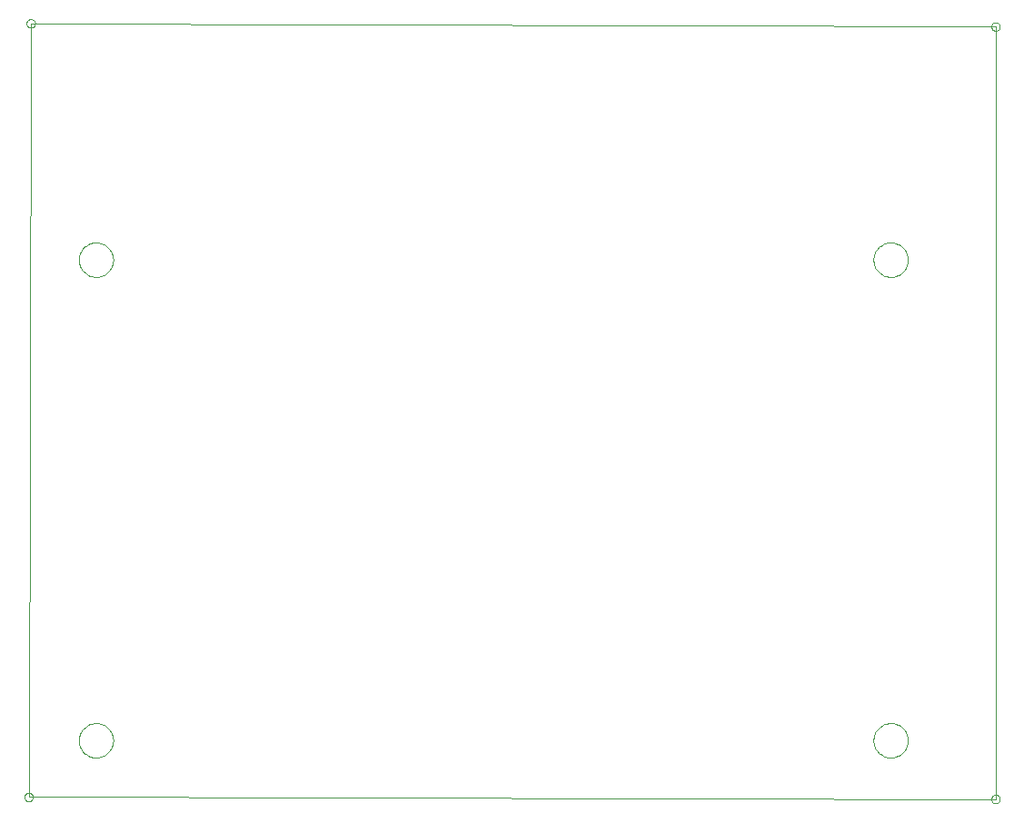
<source format=gm1>
G75*
%MOIN*%
%OFA0B0*%
%FSLAX24Y24*%
%IPPOS*%
%LPD*%
%AMOC8*
5,1,8,0,0,1.08239X$1,22.5*
%
%ADD10C,0.0000*%
D10*
X000348Y001625D02*
X000350Y001650D01*
X000356Y001674D01*
X000365Y001696D01*
X000378Y001717D01*
X000394Y001736D01*
X000413Y001752D01*
X000434Y001765D01*
X000456Y001774D01*
X000480Y001780D01*
X000505Y001782D01*
X000530Y001780D01*
X000554Y001774D01*
X000576Y001765D01*
X000597Y001752D01*
X000616Y001736D01*
X000632Y001717D01*
X000645Y001696D01*
X000654Y001674D01*
X000660Y001650D01*
X000662Y001625D01*
X000660Y001600D01*
X000654Y001576D01*
X000645Y001554D01*
X000632Y001533D01*
X000616Y001514D01*
X000597Y001498D01*
X000576Y001485D01*
X000554Y001476D01*
X000530Y001470D01*
X000505Y001468D01*
X000480Y001470D01*
X000456Y001476D01*
X000434Y001485D01*
X000413Y001498D01*
X000394Y001514D01*
X000378Y001533D01*
X000365Y001554D01*
X000356Y001576D01*
X000350Y001600D01*
X000348Y001625D01*
X000505Y001625D02*
X000584Y030011D01*
X000427Y030011D02*
X000429Y030036D01*
X000435Y030060D01*
X000444Y030082D01*
X000457Y030103D01*
X000473Y030122D01*
X000492Y030138D01*
X000513Y030151D01*
X000535Y030160D01*
X000559Y030166D01*
X000584Y030168D01*
X000609Y030166D01*
X000633Y030160D01*
X000655Y030151D01*
X000676Y030138D01*
X000695Y030122D01*
X000711Y030103D01*
X000724Y030082D01*
X000733Y030060D01*
X000739Y030036D01*
X000741Y030011D01*
X000739Y029986D01*
X000733Y029962D01*
X000724Y029940D01*
X000711Y029919D01*
X000695Y029900D01*
X000676Y029884D01*
X000655Y029871D01*
X000633Y029862D01*
X000609Y029856D01*
X000584Y029854D01*
X000559Y029856D01*
X000535Y029862D01*
X000513Y029871D01*
X000492Y029884D01*
X000473Y029900D01*
X000457Y029919D01*
X000444Y029940D01*
X000435Y029962D01*
X000429Y029986D01*
X000427Y030011D01*
X000584Y030011D02*
X035977Y029893D01*
X035820Y029893D02*
X035822Y029918D01*
X035828Y029942D01*
X035837Y029964D01*
X035850Y029985D01*
X035866Y030004D01*
X035885Y030020D01*
X035906Y030033D01*
X035928Y030042D01*
X035952Y030048D01*
X035977Y030050D01*
X036002Y030048D01*
X036026Y030042D01*
X036048Y030033D01*
X036069Y030020D01*
X036088Y030004D01*
X036104Y029985D01*
X036117Y029964D01*
X036126Y029942D01*
X036132Y029918D01*
X036134Y029893D01*
X036132Y029868D01*
X036126Y029844D01*
X036117Y029822D01*
X036104Y029801D01*
X036088Y029782D01*
X036069Y029766D01*
X036048Y029753D01*
X036026Y029744D01*
X036002Y029738D01*
X035977Y029736D01*
X035952Y029738D01*
X035928Y029744D01*
X035906Y029753D01*
X035885Y029766D01*
X035866Y029782D01*
X035850Y029801D01*
X035837Y029822D01*
X035828Y029844D01*
X035822Y029868D01*
X035820Y029893D01*
X035977Y029893D02*
X035977Y001546D01*
X035820Y001546D02*
X035822Y001571D01*
X035828Y001595D01*
X035837Y001617D01*
X035850Y001638D01*
X035866Y001657D01*
X035885Y001673D01*
X035906Y001686D01*
X035928Y001695D01*
X035952Y001701D01*
X035977Y001703D01*
X036002Y001701D01*
X036026Y001695D01*
X036048Y001686D01*
X036069Y001673D01*
X036088Y001657D01*
X036104Y001638D01*
X036117Y001617D01*
X036126Y001595D01*
X036132Y001571D01*
X036134Y001546D01*
X036132Y001521D01*
X036126Y001497D01*
X036117Y001475D01*
X036104Y001454D01*
X036088Y001435D01*
X036069Y001419D01*
X036048Y001406D01*
X036026Y001397D01*
X036002Y001391D01*
X035977Y001389D01*
X035952Y001391D01*
X035928Y001397D01*
X035906Y001406D01*
X035885Y001419D01*
X035866Y001435D01*
X035850Y001454D01*
X035837Y001475D01*
X035828Y001497D01*
X035822Y001521D01*
X035820Y001546D01*
X035977Y001546D02*
X000505Y001625D01*
X002344Y003700D02*
X002346Y003750D01*
X002352Y003800D01*
X002362Y003849D01*
X002376Y003897D01*
X002393Y003944D01*
X002414Y003989D01*
X002439Y004033D01*
X002467Y004074D01*
X002499Y004113D01*
X002533Y004150D01*
X002570Y004184D01*
X002610Y004214D01*
X002652Y004241D01*
X002696Y004265D01*
X002742Y004286D01*
X002789Y004302D01*
X002837Y004315D01*
X002887Y004324D01*
X002936Y004329D01*
X002987Y004330D01*
X003037Y004327D01*
X003086Y004320D01*
X003135Y004309D01*
X003183Y004294D01*
X003229Y004276D01*
X003274Y004254D01*
X003317Y004228D01*
X003358Y004199D01*
X003397Y004167D01*
X003433Y004132D01*
X003465Y004094D01*
X003495Y004054D01*
X003522Y004011D01*
X003545Y003967D01*
X003564Y003921D01*
X003580Y003873D01*
X003592Y003824D01*
X003600Y003775D01*
X003604Y003725D01*
X003604Y003675D01*
X003600Y003625D01*
X003592Y003576D01*
X003580Y003527D01*
X003564Y003479D01*
X003545Y003433D01*
X003522Y003389D01*
X003495Y003346D01*
X003465Y003306D01*
X003433Y003268D01*
X003397Y003233D01*
X003358Y003201D01*
X003317Y003172D01*
X003274Y003146D01*
X003229Y003124D01*
X003183Y003106D01*
X003135Y003091D01*
X003086Y003080D01*
X003037Y003073D01*
X002987Y003070D01*
X002936Y003071D01*
X002887Y003076D01*
X002837Y003085D01*
X002789Y003098D01*
X002742Y003114D01*
X002696Y003135D01*
X002652Y003159D01*
X002610Y003186D01*
X002570Y003216D01*
X002533Y003250D01*
X002499Y003287D01*
X002467Y003326D01*
X002439Y003367D01*
X002414Y003411D01*
X002393Y003456D01*
X002376Y003503D01*
X002362Y003551D01*
X002352Y003600D01*
X002346Y003650D01*
X002344Y003700D01*
X002344Y021338D02*
X002346Y021388D01*
X002352Y021438D01*
X002362Y021487D01*
X002376Y021535D01*
X002393Y021582D01*
X002414Y021627D01*
X002439Y021671D01*
X002467Y021712D01*
X002499Y021751D01*
X002533Y021788D01*
X002570Y021822D01*
X002610Y021852D01*
X002652Y021879D01*
X002696Y021903D01*
X002742Y021924D01*
X002789Y021940D01*
X002837Y021953D01*
X002887Y021962D01*
X002936Y021967D01*
X002987Y021968D01*
X003037Y021965D01*
X003086Y021958D01*
X003135Y021947D01*
X003183Y021932D01*
X003229Y021914D01*
X003274Y021892D01*
X003317Y021866D01*
X003358Y021837D01*
X003397Y021805D01*
X003433Y021770D01*
X003465Y021732D01*
X003495Y021692D01*
X003522Y021649D01*
X003545Y021605D01*
X003564Y021559D01*
X003580Y021511D01*
X003592Y021462D01*
X003600Y021413D01*
X003604Y021363D01*
X003604Y021313D01*
X003600Y021263D01*
X003592Y021214D01*
X003580Y021165D01*
X003564Y021117D01*
X003545Y021071D01*
X003522Y021027D01*
X003495Y020984D01*
X003465Y020944D01*
X003433Y020906D01*
X003397Y020871D01*
X003358Y020839D01*
X003317Y020810D01*
X003274Y020784D01*
X003229Y020762D01*
X003183Y020744D01*
X003135Y020729D01*
X003086Y020718D01*
X003037Y020711D01*
X002987Y020708D01*
X002936Y020709D01*
X002887Y020714D01*
X002837Y020723D01*
X002789Y020736D01*
X002742Y020752D01*
X002696Y020773D01*
X002652Y020797D01*
X002610Y020824D01*
X002570Y020854D01*
X002533Y020888D01*
X002499Y020925D01*
X002467Y020964D01*
X002439Y021005D01*
X002414Y021049D01*
X002393Y021094D01*
X002376Y021141D01*
X002362Y021189D01*
X002352Y021238D01*
X002346Y021288D01*
X002344Y021338D01*
X031497Y021338D02*
X031499Y021388D01*
X031505Y021438D01*
X031515Y021487D01*
X031529Y021535D01*
X031546Y021582D01*
X031567Y021627D01*
X031592Y021671D01*
X031620Y021712D01*
X031652Y021751D01*
X031686Y021788D01*
X031723Y021822D01*
X031763Y021852D01*
X031805Y021879D01*
X031849Y021903D01*
X031895Y021924D01*
X031942Y021940D01*
X031990Y021953D01*
X032040Y021962D01*
X032089Y021967D01*
X032140Y021968D01*
X032190Y021965D01*
X032239Y021958D01*
X032288Y021947D01*
X032336Y021932D01*
X032382Y021914D01*
X032427Y021892D01*
X032470Y021866D01*
X032511Y021837D01*
X032550Y021805D01*
X032586Y021770D01*
X032618Y021732D01*
X032648Y021692D01*
X032675Y021649D01*
X032698Y021605D01*
X032717Y021559D01*
X032733Y021511D01*
X032745Y021462D01*
X032753Y021413D01*
X032757Y021363D01*
X032757Y021313D01*
X032753Y021263D01*
X032745Y021214D01*
X032733Y021165D01*
X032717Y021117D01*
X032698Y021071D01*
X032675Y021027D01*
X032648Y020984D01*
X032618Y020944D01*
X032586Y020906D01*
X032550Y020871D01*
X032511Y020839D01*
X032470Y020810D01*
X032427Y020784D01*
X032382Y020762D01*
X032336Y020744D01*
X032288Y020729D01*
X032239Y020718D01*
X032190Y020711D01*
X032140Y020708D01*
X032089Y020709D01*
X032040Y020714D01*
X031990Y020723D01*
X031942Y020736D01*
X031895Y020752D01*
X031849Y020773D01*
X031805Y020797D01*
X031763Y020824D01*
X031723Y020854D01*
X031686Y020888D01*
X031652Y020925D01*
X031620Y020964D01*
X031592Y021005D01*
X031567Y021049D01*
X031546Y021094D01*
X031529Y021141D01*
X031515Y021189D01*
X031505Y021238D01*
X031499Y021288D01*
X031497Y021338D01*
X035977Y015164D02*
X035977Y010764D01*
X031497Y003700D02*
X031499Y003750D01*
X031505Y003800D01*
X031515Y003849D01*
X031529Y003897D01*
X031546Y003944D01*
X031567Y003989D01*
X031592Y004033D01*
X031620Y004074D01*
X031652Y004113D01*
X031686Y004150D01*
X031723Y004184D01*
X031763Y004214D01*
X031805Y004241D01*
X031849Y004265D01*
X031895Y004286D01*
X031942Y004302D01*
X031990Y004315D01*
X032040Y004324D01*
X032089Y004329D01*
X032140Y004330D01*
X032190Y004327D01*
X032239Y004320D01*
X032288Y004309D01*
X032336Y004294D01*
X032382Y004276D01*
X032427Y004254D01*
X032470Y004228D01*
X032511Y004199D01*
X032550Y004167D01*
X032586Y004132D01*
X032618Y004094D01*
X032648Y004054D01*
X032675Y004011D01*
X032698Y003967D01*
X032717Y003921D01*
X032733Y003873D01*
X032745Y003824D01*
X032753Y003775D01*
X032757Y003725D01*
X032757Y003675D01*
X032753Y003625D01*
X032745Y003576D01*
X032733Y003527D01*
X032717Y003479D01*
X032698Y003433D01*
X032675Y003389D01*
X032648Y003346D01*
X032618Y003306D01*
X032586Y003268D01*
X032550Y003233D01*
X032511Y003201D01*
X032470Y003172D01*
X032427Y003146D01*
X032382Y003124D01*
X032336Y003106D01*
X032288Y003091D01*
X032239Y003080D01*
X032190Y003073D01*
X032140Y003070D01*
X032089Y003071D01*
X032040Y003076D01*
X031990Y003085D01*
X031942Y003098D01*
X031895Y003114D01*
X031849Y003135D01*
X031805Y003159D01*
X031763Y003186D01*
X031723Y003216D01*
X031686Y003250D01*
X031652Y003287D01*
X031620Y003326D01*
X031592Y003367D01*
X031567Y003411D01*
X031546Y003456D01*
X031529Y003503D01*
X031515Y003551D01*
X031505Y003600D01*
X031499Y003650D01*
X031497Y003700D01*
M02*

</source>
